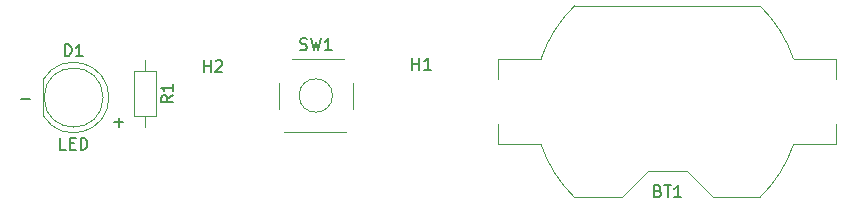
<source format=gbr>
%TF.GenerationSoftware,KiCad,Pcbnew,(6.0.7)*%
%TF.CreationDate,2022-09-02T10:13:45-04:00*%
%TF.ProjectId,proj_1,70726f6a-5f31-42e6-9b69-6361645f7063,V1*%
%TF.SameCoordinates,Original*%
%TF.FileFunction,Legend,Top*%
%TF.FilePolarity,Positive*%
%FSLAX46Y46*%
G04 Gerber Fmt 4.6, Leading zero omitted, Abs format (unit mm)*
G04 Created by KiCad (PCBNEW (6.0.7)) date 2022-09-02 10:13:45*
%MOMM*%
%LPD*%
G01*
G04 APERTURE LIST*
%ADD10C,0.150000*%
%ADD11C,0.120000*%
G04 APERTURE END LIST*
D10*
X98359047Y-105031428D02*
X99120952Y-105031428D01*
X106219047Y-106991428D02*
X106980952Y-106991428D01*
X106600000Y-107372380D02*
X106600000Y-106610476D01*
%TO.C,H1*%
X131468095Y-102552380D02*
X131468095Y-101552380D01*
X131468095Y-102028571D02*
X132039523Y-102028571D01*
X132039523Y-102552380D02*
X132039523Y-101552380D01*
X133039523Y-102552380D02*
X132468095Y-102552380D01*
X132753809Y-102552380D02*
X132753809Y-101552380D01*
X132658571Y-101695238D01*
X132563333Y-101790476D01*
X132468095Y-101838095D01*
%TO.C,BT1*%
X152264285Y-112798571D02*
X152407142Y-112846190D01*
X152454761Y-112893809D01*
X152502380Y-112989047D01*
X152502380Y-113131904D01*
X152454761Y-113227142D01*
X152407142Y-113274761D01*
X152311904Y-113322380D01*
X151930952Y-113322380D01*
X151930952Y-112322380D01*
X152264285Y-112322380D01*
X152359523Y-112370000D01*
X152407142Y-112417619D01*
X152454761Y-112512857D01*
X152454761Y-112608095D01*
X152407142Y-112703333D01*
X152359523Y-112750952D01*
X152264285Y-112798571D01*
X151930952Y-112798571D01*
X152788095Y-112322380D02*
X153359523Y-112322380D01*
X153073809Y-113322380D02*
X153073809Y-112322380D01*
X154216666Y-113322380D02*
X153645238Y-113322380D01*
X153930952Y-113322380D02*
X153930952Y-112322380D01*
X153835714Y-112465238D01*
X153740476Y-112560476D01*
X153645238Y-112608095D01*
%TO.C,SW1*%
X121956666Y-100834761D02*
X122099523Y-100882380D01*
X122337619Y-100882380D01*
X122432857Y-100834761D01*
X122480476Y-100787142D01*
X122528095Y-100691904D01*
X122528095Y-100596666D01*
X122480476Y-100501428D01*
X122432857Y-100453809D01*
X122337619Y-100406190D01*
X122147142Y-100358571D01*
X122051904Y-100310952D01*
X122004285Y-100263333D01*
X121956666Y-100168095D01*
X121956666Y-100072857D01*
X122004285Y-99977619D01*
X122051904Y-99930000D01*
X122147142Y-99882380D01*
X122385238Y-99882380D01*
X122528095Y-99930000D01*
X122861428Y-99882380D02*
X123099523Y-100882380D01*
X123290000Y-100168095D01*
X123480476Y-100882380D01*
X123718571Y-99882380D01*
X124623333Y-100882380D02*
X124051904Y-100882380D01*
X124337619Y-100882380D02*
X124337619Y-99882380D01*
X124242380Y-100025238D01*
X124147142Y-100120476D01*
X124051904Y-100168095D01*
%TO.C,R1*%
X111182380Y-104726666D02*
X110706190Y-105060000D01*
X111182380Y-105298095D02*
X110182380Y-105298095D01*
X110182380Y-104917142D01*
X110230000Y-104821904D01*
X110277619Y-104774285D01*
X110372857Y-104726666D01*
X110515714Y-104726666D01*
X110610952Y-104774285D01*
X110658571Y-104821904D01*
X110706190Y-104917142D01*
X110706190Y-105298095D01*
X111182380Y-103774285D02*
X111182380Y-104345714D01*
X111182380Y-104060000D02*
X110182380Y-104060000D01*
X110325238Y-104155238D01*
X110420476Y-104250476D01*
X110468095Y-104345714D01*
%TO.C,H2*%
X113818095Y-102732380D02*
X113818095Y-101732380D01*
X113818095Y-102208571D02*
X114389523Y-102208571D01*
X114389523Y-102732380D02*
X114389523Y-101732380D01*
X114818095Y-101827619D02*
X114865714Y-101780000D01*
X114960952Y-101732380D01*
X115199047Y-101732380D01*
X115294285Y-101780000D01*
X115341904Y-101827619D01*
X115389523Y-101922857D01*
X115389523Y-102018095D01*
X115341904Y-102160952D01*
X114770476Y-102732380D01*
X115389523Y-102732380D01*
%TO.C,D1*%
X102046904Y-101392380D02*
X102046904Y-100392380D01*
X102285000Y-100392380D01*
X102427857Y-100440000D01*
X102523095Y-100535238D01*
X102570714Y-100630476D01*
X102618333Y-100820952D01*
X102618333Y-100963809D01*
X102570714Y-101154285D01*
X102523095Y-101249523D01*
X102427857Y-101344761D01*
X102285000Y-101392380D01*
X102046904Y-101392380D01*
X103570714Y-101392380D02*
X102999285Y-101392380D01*
X103285000Y-101392380D02*
X103285000Y-100392380D01*
X103189761Y-100535238D01*
X103094523Y-100630476D01*
X102999285Y-100678095D01*
X102142142Y-109312380D02*
X101665952Y-109312380D01*
X101665952Y-108312380D01*
X102475476Y-108788571D02*
X102808809Y-108788571D01*
X102951666Y-109312380D02*
X102475476Y-109312380D01*
X102475476Y-108312380D01*
X102951666Y-108312380D01*
X103380238Y-109312380D02*
X103380238Y-108312380D01*
X103618333Y-108312380D01*
X103761190Y-108360000D01*
X103856428Y-108455238D01*
X103904047Y-108550476D01*
X103951666Y-108740952D01*
X103951666Y-108883809D01*
X103904047Y-109074285D01*
X103856428Y-109169523D01*
X103761190Y-109264761D01*
X103618333Y-109312380D01*
X103380238Y-109312380D01*
D11*
%TO.C,BT1*%
X138740000Y-107150000D02*
X138740000Y-108860000D01*
X167360000Y-107150000D02*
X167360000Y-108860000D01*
X142358000Y-108860000D02*
X138740000Y-108860000D01*
X163742000Y-101640000D02*
X167360000Y-101640000D01*
X149190000Y-113360000D02*
X145202700Y-113360000D01*
X154710000Y-111160000D02*
X151390000Y-111160000D01*
X138740000Y-101640000D02*
X142358000Y-101640000D01*
X154710000Y-111160000D02*
X156910000Y-113360000D01*
X145202700Y-97140000D02*
X160897300Y-97140000D01*
X160897300Y-113360000D02*
X156910000Y-113360000D01*
X167360000Y-103350000D02*
X167360000Y-101640000D01*
X151390000Y-111160000D02*
X149190000Y-113360000D01*
X167360000Y-108860000D02*
X163742000Y-108860000D01*
X138740000Y-103350000D02*
X138740000Y-101640000D01*
X145204628Y-97138210D02*
G75*
G03*
X142358000Y-101640000I7845392J-8111800D01*
G01*
X163742001Y-101640000D02*
G75*
G03*
X160895371Y-97138211I-10692001J-3610000D01*
G01*
X160895371Y-113361789D02*
G75*
G03*
X163742000Y-108860000I-7845391J8111801D01*
G01*
X142358000Y-108860000D02*
G75*
G03*
X145204629Y-113361789I10691995J3609996D01*
G01*
%TO.C,SW1*%
X120640000Y-107850000D02*
X125840000Y-107850000D01*
X120170000Y-105880000D02*
X120170000Y-103680000D01*
X121240000Y-101610000D02*
X125640000Y-101610000D01*
X126410000Y-103680000D02*
X126410000Y-105880000D01*
X124704214Y-104730000D02*
G75*
G03*
X124704214Y-104730000I-1414214J0D01*
G01*
%TO.C,R1*%
X107890000Y-106480000D02*
X109730000Y-106480000D01*
X108810000Y-107430000D02*
X108810000Y-106480000D01*
X109730000Y-102640000D02*
X107890000Y-102640000D01*
X109730000Y-106480000D02*
X109730000Y-102640000D01*
X107890000Y-102640000D02*
X107890000Y-106480000D01*
X108810000Y-101690000D02*
X108810000Y-102640000D01*
%TO.C,D1*%
X100225000Y-103355000D02*
X100225000Y-106445000D01*
X100225000Y-106444830D02*
G75*
G03*
X105775000Y-104899538I2560000J1544830D01*
G01*
X105775000Y-104900462D02*
G75*
G03*
X100225000Y-103355170I-2990000J462D01*
G01*
X105285000Y-104900000D02*
G75*
G03*
X105285000Y-104900000I-2500000J0D01*
G01*
%TD*%
M02*

</source>
